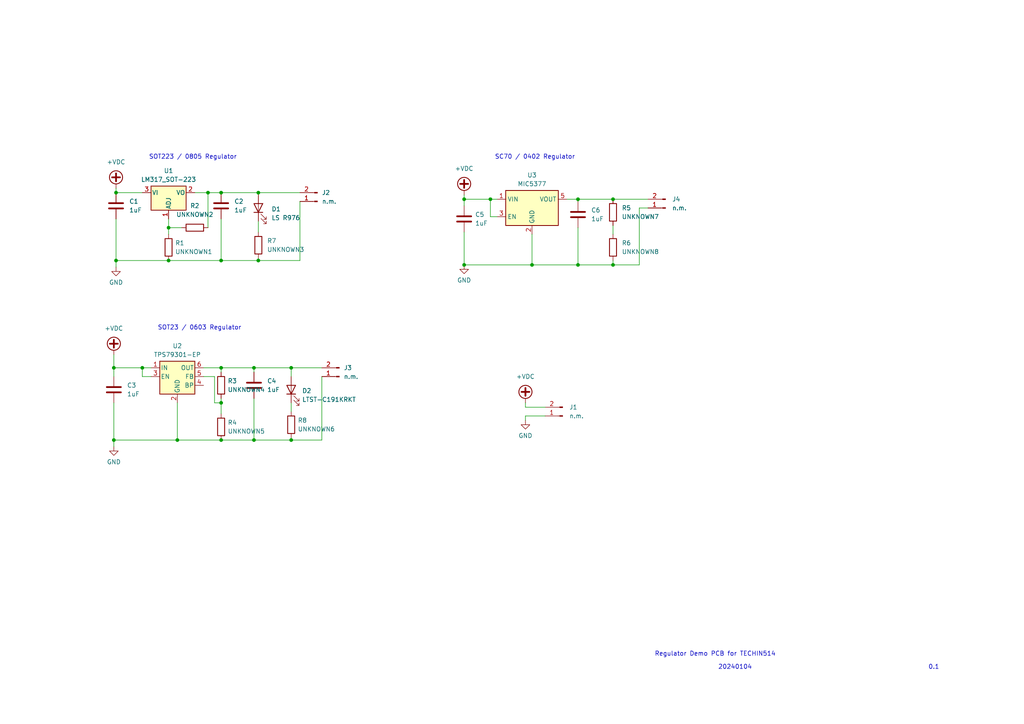
<source format=kicad_sch>
(kicad_sch (version 20231120) (generator "eeschema") (generator_version "8.0")
  (paper "A4")
  (lib_symbols
    (symbol "Connector:Conn_01x02_Pin" (pin_names (offset 1.016) hide)
      (property "Reference" "J" (at 0 2.54 0))
      (property "Value" "Conn_01x02_Pin" (at 0 -5.08 0))
      (symbol "Conn_01x02_Pin_1_1"
        (polyline (pts (xy 1.27 -2.54) (xy 0.8636 -2.54)) (stroke (width 0.1524)))
        (polyline (pts (xy 1.27 0) (xy 0.8636 0)) (stroke (width 0.1524)))
        (rectangle (start 0.8636 -2.413) (end 0 -2.667) (stroke (width 0.1524)) (fill (type outline)))
        (rectangle (start 0.8636 0.127) (end 0 -0.127) (stroke (width 0.1524)) (fill (type outline)))
        (pin passive line (at 5.08 0 180) (length 3.81) (name "Pin_1") (number "1"))
        (pin passive line (at 5.08 -2.54 180) (length 3.81) (name "Pin_2") (number "2"))
      )
    )
    (symbol "Device:C" (pin_numbers hide) (pin_names (offset 0.254))
      (property "Reference" "C" (at 0.635 2.54 0))
      (property "Value" "C" (at 0.635 -2.54 0))
      (symbol "C_0_1"
        (polyline (pts (xy -2.032 -0.762) (xy 2.032 -0.762)) (stroke (width 0.508)))
        (polyline (pts (xy -2.032 0.762) (xy 2.032 0.762)) (stroke (width 0.508)))
      )
      (symbol "C_1_1"
        (pin passive line (at 0 3.81 270) (length 2.794) (name "~") (number "1"))
        (pin passive line (at 0 -3.81 90) (length 2.794) (name "~") (number "2"))
      )
    )
    (symbol "Device:LED" (pin_numbers hide) (pin_names (offset 1.016) hide)
      (property "Reference" "D" (at 0 2.54 0))
      (property "Value" "LED" (at 0 -2.54 0))
      (symbol "LED_0_1"
        (polyline (pts (xy -1.27 -1.27) (xy -1.27 1.27)) (stroke (width 0.254)))
        (polyline (pts (xy -1.27 0) (xy 1.27 0)))
        (polyline (pts (xy 1.27 -1.27) (xy 1.27 1.27) (xy -1.27 0) (xy 1.27 -1.27)) (stroke (width 0.254)))
        (polyline (pts (xy -3.048 -0.762) (xy -4.572 -2.286) (xy -3.81 -2.286) (xy -4.572 -2.286) (xy -4.572 -1.524)))
        (polyline (pts (xy -1.778 -0.762) (xy -3.302 -2.286) (xy -2.54 -2.286) (xy -3.302 -2.286) (xy -3.302 -1.524)))
      )
      (symbol "LED_1_1"
        (pin passive line (at -3.81 0 0) (length 2.54) (name "K") (number "1"))
        (pin passive line (at 3.81 0 180) (length 2.54) (name "A") (number "2"))
      )
    )
    (symbol "Device:R" (pin_numbers hide) (pin_names (offset 0))
      (property "Reference" "R" (at 2.032 0 90))
      (property "Value" "R" (at 0 0 90))
      (symbol "R_0_1"
        (rectangle (start -1.016 -2.54) (end 1.016 2.54) (stroke (width 0.254)))
      )
      (symbol "R_1_1"
        (pin passive line (at 0 3.81 270) (length 1.27) (name "~") (number "1"))
        (pin passive line (at 0 -3.81 90) (length 1.27) (name "~") (number "2"))
      )
    )
    (symbol "Regulator_Linear:LM317_SOT-223" (pin_names (offset 0.254))
      (property "Reference" "U" (at -3.81 3.175 0))
      (property "Value" "LM317_SOT-223" (at 0 3.175 0))
      (symbol "LM317_SOT-223_0_1"
        (rectangle (start -5.08 1.905) (end 5.08 -5.08) (stroke (width 0.254)) (fill (type background)))
      )
      (symbol "LM317_SOT-223_1_1"
        (pin input line (at 0 -7.62 90) (length 2.54) (name "ADJ") (number "1"))
        (pin power_out line (at 7.62 0 180) (length 2.54) (name "VO") (number "2"))
        (pin power_in line (at -7.62 0 0) (length 2.54) (name "VI") (number "3"))
      )
    )
    (symbol "Regulator_Linear:MIC5366-3.3YC5"
      (property "Reference" "U" (at -6.35 6.35 0))
      (property "Value" "MIC5366-3.3YC5" (at 0 6.35 0))
      (symbol "MIC5366-3.3YC5_0_1"
        (rectangle (start -7.62 -5.08) (end 7.62 5.08) (stroke (width 0.254)) (fill (type background)))
      )
      (symbol "MIC5366-3.3YC5_1_1"
        (pin power_in line (at -10.16 2.54 0) (length 2.54) (name "VIN") (number "1"))
        (pin power_in line (at 0 -7.62 90) (length 2.54) (name "GND") (number "2"))
        (pin input line (at -10.16 -2.54 0) (length 2.54) (name "EN") (number "3"))
        (pin no_connect line (at 7.62 -2.54 180) (length 2.54) hide (name "NC") (number "4"))
        (pin power_out line (at 10.16 2.54 180) (length 2.54) (name "VOUT") (number "5"))
      )
    )
    (symbol "Regulator_Linear:TPS79301-EP" (pin_names (offset 0.254))
      (property "Reference" "U" (at -3.81 5.715 0))
      (property "Value" "TPS79301-EP" (at 0 5.715 0))
      (symbol "TPS79301-EP_1_1"
        (rectangle (start 5.08 -5.08) (end -5.08 4.445) (stroke (width 0.254)) (fill (type background)))
        (pin power_in line (at -7.62 2.54 0) (length 2.54) (name "IN") (number "1"))
        (pin power_in line (at 0 -7.62 90) (length 2.54) (name "GND") (number "2"))
        (pin input line (at -7.62 0 0) (length 2.54) (name "EN") (number "3"))
        (pin passive line (at 7.62 -2.54 180) (length 2.54) (name "BP") (number "4"))
        (pin input line (at 7.62 0 180) (length 2.54) (name "FB") (number "5"))
        (pin power_out line (at 7.62 2.54 180) (length 2.54) (name "OUT") (number "6"))
      )
    )
    (symbol "power:+VDC" (power) (pin_names (offset 0))
      (property "Value" "+VDC" (at 0 6.35 0))
      (symbol "+VDC_0_1"
        (polyline (pts (xy -1.143 3.175) (xy 1.143 3.175)) (stroke (width 0.508)))
        (polyline (pts (xy 0 0) (xy 0 1.27)))
        (polyline (pts (xy 0 2.032) (xy 0 4.318)) (stroke (width 0.508)))
        (circle (center 0 3.175) (radius 1.905) (stroke (width 0.254)))
      )
      (symbol "+VDC_1_1"
        (pin power_in line (at 0 0 90) (length 0) hide (name "+VDC") (number "1"))
      )
    )
    (symbol "power:GND" (power) (pin_names (offset 0))
      (property "Value" "GND" (at 0 -3.81 0))
      (symbol "GND_0_1"
        (polyline (pts (xy 0 0) (xy 0 -1.27) (xy 1.27 -1.27) (xy 0 -2.54) (xy -1.27 -1.27) (xy 0 -1.27)))
      )
      (symbol "GND_1_1"
        (pin power_in line (at 0 0 270) (length 0) hide (name "GND") (number "1"))
      )
    )
  )
  (junction (at 64.135 55.88))
  (junction (at 73.66 106.68))
  (junction (at 142.24 57.785))
  (junction (at 48.895 75.565))
  (junction (at 73.66 127.635))
  (junction (at 33.655 75.565))
  (junction (at 84.455 106.68))
  (junction (at 41.275 106.68))
  (junction (at 64.135 116.84))
  (junction (at 167.64 57.785))
  (junction (at 134.62 76.835))
  (junction (at 74.93 75.565))
  (junction (at 33.02 106.68))
  (junction (at 167.64 76.835))
  (junction (at 134.62 57.785))
  (junction (at 33.02 127.635))
  (junction (at 33.655 55.88))
  (junction (at 177.8 76.835))
  (junction (at 51.435 127.635))
  (junction (at 64.135 75.565))
  (junction (at 64.135 106.68))
  (junction (at 48.895 66.04))
  (junction (at 177.8 57.785))
  (junction (at 154.305 76.835))
  (junction (at 74.93 55.88))
  (junction (at 84.455 127.635))
  (junction (at 64.135 127.635))
  (junction (at 60.325 55.88))
  (wire (pts (xy 73.66 127.635) (xy 64.135 127.635)))
  (wire (pts (xy 152.4 120.65) (xy 152.4 121.92)))
  (wire (pts (xy 142.24 57.785) (xy 142.24 62.865)))
  (wire (pts (xy 41.275 109.22) (xy 41.275 106.68)))
  (wire (pts (xy 93.345 109.22) (xy 93.345 127.635)))
  (wire (pts (xy 84.455 127.635) (xy 73.66 127.635)))
  (wire (pts (xy 41.275 106.68) (xy 43.815 106.68)))
  (wire (pts (xy 134.62 67.31) (xy 134.62 76.835)))
  (wire (pts (xy 164.465 57.785) (xy 167.64 57.785)))
  (wire (pts (xy 84.455 109.22) (xy 84.455 106.68)))
  (wire (pts (xy 84.455 106.68) (xy 93.345 106.68)))
  (wire (pts (xy 64.135 75.565) (xy 48.895 75.565)))
  (wire (pts (xy 74.93 75.565) (xy 74.93 74.93)))
  (wire (pts (xy 48.895 66.04) (xy 48.895 63.5)))
  (wire (pts (xy 167.64 57.785) (xy 177.8 57.785)))
  (wire (pts (xy 185.42 60.325) (xy 185.42 76.835)))
  (wire (pts (xy 152.4 118.11) (xy 158.115 118.11)))
  (wire (pts (xy 64.135 75.565) (xy 74.93 75.565)))
  (wire (pts (xy 93.345 127.635) (xy 84.455 127.635)))
  (wire (pts (xy 52.705 66.04) (xy 48.895 66.04)))
  (wire (pts (xy 33.655 55.88) (xy 41.275 55.88)))
  (wire (pts (xy 154.305 76.835) (xy 167.64 76.835)))
  (wire (pts (xy 84.455 106.68) (xy 73.66 106.68)))
  (wire (pts (xy 74.93 55.88) (xy 86.995 55.88)))
  (wire (pts (xy 33.02 106.68) (xy 41.275 106.68)))
  (wire (pts (xy 33.02 102.87) (xy 33.02 106.68)))
  (wire (pts (xy 154.305 67.945) (xy 154.305 76.835)))
  (wire (pts (xy 64.135 106.68) (xy 73.66 106.68)))
  (wire (pts (xy 177.8 57.785) (xy 187.96 57.785)))
  (wire (pts (xy 152.4 118.11) (xy 152.4 116.84)))
  (wire (pts (xy 74.93 64.135) (xy 74.93 67.31)))
  (wire (pts (xy 33.02 127.635) (xy 51.435 127.635)))
  (wire (pts (xy 177.8 76.835) (xy 177.8 75.565)))
  (wire (pts (xy 177.8 65.405) (xy 177.8 67.945)))
  (wire (pts (xy 60.325 55.88) (xy 64.135 55.88)))
  (wire (pts (xy 33.655 75.565) (xy 48.895 75.565)))
  (wire (pts (xy 64.135 106.68) (xy 64.135 107.95)))
  (wire (pts (xy 167.64 66.04) (xy 167.64 76.835)))
  (wire (pts (xy 33.655 63.5) (xy 33.655 75.565)))
  (wire (pts (xy 64.135 116.84) (xy 64.135 120.015)))
  (wire (pts (xy 74.93 55.88) (xy 74.93 56.515)))
  (wire (pts (xy 158.115 120.65) (xy 152.4 120.65)))
  (wire (pts (xy 185.42 76.835) (xy 177.8 76.835)))
  (wire (pts (xy 62.23 116.84) (xy 62.23 109.22)))
  (wire (pts (xy 62.23 109.22) (xy 59.055 109.22)))
  (wire (pts (xy 134.62 76.835) (xy 154.305 76.835)))
  (wire (pts (xy 73.66 115.57) (xy 73.66 127.635)))
  (wire (pts (xy 187.96 60.325) (xy 185.42 60.325)))
  (wire (pts (xy 73.66 106.68) (xy 73.66 107.95)))
  (wire (pts (xy 134.62 56.515) (xy 134.62 57.785)))
  (wire (pts (xy 86.995 75.565) (xy 86.995 58.42)))
  (wire (pts (xy 134.62 57.785) (xy 134.62 59.69)))
  (wire (pts (xy 167.64 76.835) (xy 177.8 76.835)))
  (wire (pts (xy 51.435 127.635) (xy 64.135 127.635)))
  (wire (pts (xy 51.435 116.84) (xy 51.435 127.635)))
  (wire (pts (xy 142.24 57.785) (xy 144.145 57.785)))
  (wire (pts (xy 144.145 62.865) (xy 142.24 62.865)))
  (wire (pts (xy 64.135 115.57) (xy 64.135 116.84)))
  (wire (pts (xy 33.655 54.61) (xy 33.655 55.88)))
  (wire (pts (xy 64.135 116.84) (xy 62.23 116.84)))
  (wire (pts (xy 134.62 57.785) (xy 142.24 57.785)))
  (wire (pts (xy 64.135 63.5) (xy 64.135 75.565)))
  (wire (pts (xy 60.325 55.88) (xy 56.515 55.88)))
  (wire (pts (xy 33.02 116.84) (xy 33.02 127.635)))
  (wire (pts (xy 84.455 127) (xy 84.455 127.635)))
  (wire (pts (xy 33.02 127.635) (xy 33.02 129.54)))
  (wire (pts (xy 167.64 57.785) (xy 167.64 58.42)))
  (wire (pts (xy 43.815 109.22) (xy 41.275 109.22)))
  (wire (pts (xy 33.655 75.565) (xy 33.655 77.47)))
  (wire (pts (xy 60.325 66.04) (xy 60.325 55.88)))
  (wire (pts (xy 84.455 116.84) (xy 84.455 119.38)))
  (wire (pts (xy 48.895 66.04) (xy 48.895 67.945)))
  (wire (pts (xy 33.02 106.68) (xy 33.02 109.22)))
  (wire (pts (xy 74.93 75.565) (xy 86.995 75.565)))
  (wire (pts (xy 59.055 106.68) (xy 64.135 106.68)))
  (wire (pts (xy 64.135 55.88) (xy 74.93 55.88)))
  (text "SOT23 / 0603 Regulator\n" (at 45.72 95.885 0) (effects (font (size 1.27 1.27)) (justify left bottom)))
  (text "SOT223 / 0805 Regulator" (at 43.18 46.355 0) (effects (font (size 1.27 1.27)) (justify left bottom)))
  (text "Regulator Demo PCB for TECHIN514" (at 189.865 190.5 0) (effects (font (size 1.27 1.27)) (justify left bottom)))
  (text "0.1" (at 269.24 194.31 0) (effects (font (size 1.27 1.27)) (justify left bottom)))
  (text "SC70 / 0402 Regulator" (at 143.51 46.355 0) (effects (font (size 1.27 1.27)) (justify left bottom)))
  (text "20240104" (at 208.28 194.31 0) (effects (font (size 1.27 1.27)) (justify left bottom)))
  (symbol (lib_id "Device:R") (at 177.8 61.595 0) (unit 1)
    (property "Reference" "R5" (at 180.34 60.325 0) (effects (justify left)))
    (property "Value" "UNKNOWN7" (at 180.34 62.865 0) (effects (justify left)))
    (property "Footprint" "Resistor_SMD:R_0402_1005Metric_Pad0.72x0.64mm_HandSolder" (effects (hide yes)))
  )
  (symbol (lib_id "power:GND") (at 152.4 121.92 0) (unit 1)
    (property "Reference" "#PWR03" (effects (hide yes)))
    (property "Value" "GND" (at 152.4 126.365 0))
  )
  (symbol (lib_id "Device:C") (at 64.135 59.69 0) (unit 1)
    (property "Reference" "C2" (at 67.945 58.42 0) (effects (justify left)))
    (property "Value" "1uF" (at 67.945 60.96 0) (effects (justify left)))
    (property "Footprint" "Capacitor_SMD:C_0805_2012Metric_Pad1.18x1.45mm_HandSolder" (effects (hide yes)))
  )
  (symbol (lib_id "Device:C") (at 73.66 111.76 0) (unit 1)
    (property "Reference" "C4" (at 77.47 110.49 0) (effects (justify left)))
    (property "Value" "1uF" (at 77.47 113.03 0) (effects (justify left)))
    (property "Footprint" "Capacitor_SMD:C_0603_1608Metric_Pad1.08x0.95mm_HandSolder" (effects (hide yes)))
  )
  (symbol (lib_id "power:+VDC") (at 33.02 102.87 0) (unit 1)
    (property "Reference" "#PWR05" (effects (hide yes)))
    (property "Value" "+VDC" (at 33.02 95.25 0))
  )
  (symbol (lib_id "Device:R") (at 56.515 66.04 90) (unit 1)
    (property "Reference" "R2" (at 56.515 59.69 90))
    (property "Value" "UNKNOWN2" (at 56.515 62.23 90))
    (property "Footprint" "Resistor_SMD:R_0805_2012Metric_Pad1.20x1.40mm_HandSolder" (effects (hide yes)))
  )
  (symbol (lib_id "Device:R") (at 177.8 71.755 0) (unit 1)
    (property "Reference" "R6" (at 180.34 70.485 0) (effects (justify left)))
    (property "Value" "UNKNOWN8" (at 180.34 73.025 0) (effects (justify left)))
    (property "Footprint" "Resistor_SMD:R_0402_1005Metric_Pad0.72x0.64mm_HandSolder" (effects (hide yes)))
  )
  (symbol (lib_id "Device:C") (at 167.64 62.23 0) (unit 1)
    (property "Reference" "C6" (at 171.45 60.96 0) (effects (justify left)))
    (property "Value" "1uF" (at 171.45 63.5 0) (effects (justify left)))
    (property "Footprint" "Capacitor_SMD:C_0402_1005Metric_Pad0.74x0.62mm_HandSolder" (effects (hide yes)))
  )
  (symbol (lib_id "Connector:Conn_01x02_Pin") (at 98.425 109.22 180) (unit 1)
    (property "Reference" "J3" (at 99.695 106.68 0) (effects (justify right)))
    (property "Value" "n.m." (at 99.695 109.22 0) (effects (justify right)))
    (property "Footprint" "Connector_PinHeader_2.54mm:PinHeader_1x02_P2.54mm_Vertical" (effects (hide yes)))
  )
  (symbol (lib_id "Connector:Conn_01x02_Pin") (at 163.195 120.65 180) (unit 1)
    (property "Reference" "J1" (at 165.1 118.11 0) (effects (justify right)))
    (property "Value" "n.m." (at 165.1 120.65 0) (effects (justify right)))
    (property "Footprint" "Connector_PinHeader_2.54mm:PinHeader_1x02_P2.54mm_Vertical" (effects (hide yes)))
  )
  (symbol (lib_id "Device:R") (at 74.93 71.12 0) (unit 1)
    (property "Reference" "R7" (at 77.47 69.85 0) (effects (justify left)))
    (property "Value" "UNKNOWN3" (at 77.47 72.39 0) (effects (justify left)))
    (property "Footprint" "Resistor_SMD:R_0805_2012Metric_Pad1.20x1.40mm_HandSolder" (effects (hide yes)))
  )
  (symbol (lib_id "power:+VDC") (at 134.62 56.515 0) (unit 1)
    (property "Reference" "#PWR07" (effects (hide yes)))
    (property "Value" "+VDC" (at 134.62 48.895 0))
  )
  (symbol (lib_id "Device:R") (at 64.135 123.825 0) (unit 1)
    (property "Reference" "R4" (at 66.04 122.555 0) (effects (justify left)))
    (property "Value" "UNKNOWN5" (at 66.04 125.095 0) (effects (justify left)))
    (property "Footprint" "Resistor_SMD:R_0603_1608Metric_Pad0.98x0.95mm_HandSolder" (effects (hide yes)))
  )
  (symbol (lib_id "Device:LED") (at 74.93 60.325 90) (unit 1)
    (property "Reference" "D1" (at 78.74 60.6425 90) (effects (justify right)))
    (property "Value" "LS R976" (at 78.74 63.1825 90) (effects (justify right)))
    (property "Footprint" "LED_SMD:LED_0805_2012Metric_Pad1.15x1.40mm_HandSolder" (effects (hide yes)))
  )
  (symbol (lib_id "Device:R") (at 84.455 123.19 0) (unit 1)
    (property "Reference" "R8" (at 86.36 121.92 0) (effects (justify left)))
    (property "Value" "UNKNOWN6" (at 86.36 124.46 0) (effects (justify left)))
    (property "Footprint" "Resistor_SMD:R_0603_1608Metric_Pad0.98x0.95mm_HandSolder" (effects (hide yes)))
  )
  (symbol (lib_id "Device:R") (at 64.135 111.76 0) (unit 1)
    (property "Reference" "R3" (at 66.04 110.49 0) (effects (justify left)))
    (property "Value" "UNKNOWN4" (at 66.04 113.03 0) (effects (justify left)))
    (property "Footprint" "Resistor_SMD:R_0603_1608Metric_Pad0.98x0.95mm_HandSolder" (effects (hide yes)))
  )
  (symbol (lib_id "Connector:Conn_01x02_Pin") (at 193.04 60.325 180) (unit 1)
    (property "Reference" "J4" (at 194.945 57.785 0) (effects (justify right)))
    (property "Value" "n.m." (at 194.945 60.325 0) (effects (justify right)))
    (property "Footprint" "Connector_PinHeader_2.54mm:PinHeader_1x02_P2.54mm_Vertical" (effects (hide yes)))
  )
  (symbol (lib_id "Device:C") (at 134.62 63.5 180) (unit 1)
    (property "Reference" "C5" (at 137.795 62.23 0) (effects (justify right)))
    (property "Value" "1uF" (at 137.795 64.77 0) (effects (justify right)))
    (property "Footprint" "Capacitor_SMD:C_0402_1005Metric_Pad0.74x0.62mm_HandSolder" (effects (hide yes)))
  )
  (symbol (lib_id "power:GND") (at 33.02 129.54 0) (unit 1)
    (property "Reference" "#PWR06" (effects (hide yes)))
    (property "Value" "GND" (at 33.02 133.985 0))
  )
  (symbol (lib_id "Connector:Conn_01x02_Pin") (at 92.075 58.42 180) (unit 1)
    (property "Reference" "J2" (at 93.345 55.88 0) (effects (justify right)))
    (property "Value" "n.m." (at 93.345 58.42 0) (effects (justify right)))
    (property "Footprint" "Connector_PinHeader_2.54mm:PinHeader_1x02_P2.54mm_Vertical" (effects (hide yes)))
  )
  (symbol (lib_id "Device:R") (at 48.895 71.755 0) (unit 1)
    (property "Reference" "R1" (at 50.8 70.485 0) (effects (justify left)))
    (property "Value" "UNKNOWN1" (at 50.8 73.025 0) (effects (justify left)))
    (property "Footprint" "Resistor_SMD:R_0805_2012Metric_Pad1.20x1.40mm_HandSolder" (effects (hide yes)))
  )
  (symbol (lib_id "Regulator_Linear:LM317_SOT-223") (at 48.895 55.88 0) (unit 1)
    (property "Reference" "U1" (at 48.895 49.53 0))
    (property "Value" "LM317_SOT-223" (at 48.895 52.07 0))
    (property "Footprint" "Package_TO_SOT_SMD:SOT-223-3_TabPin2" (effects (hide yes)))
    (property "Datasheet" "http://www.ti.com/lit/ds/symlink/lm317.pdf" (effects (hide yes)))
  )
  (symbol (lib_id "power:+VDC") (at 33.655 54.61 0) (unit 1)
    (property "Reference" "#PWR01" (effects (hide yes)))
    (property "Value" "+VDC" (at 33.655 46.99 0))
  )
  (symbol (lib_id "Regulator_Linear:TPS79301-EP") (at 51.435 109.22 0) (unit 1)
    (property "Reference" "U2" (at 51.435 100.33 0))
    (property "Value" "TPS79301-EP" (at 51.435 102.87 0))
    (property "Footprint" "Package_TO_SOT_SMD:SOT-23-6" (effects (hide yes)))
    (property "Datasheet" "http://www.ti.com/lit/ds/symlink/tps79333-ep.pdf" (effects (hide yes)))
  )
  (symbol (lib_id "power:GND") (at 134.62 76.835 0) (unit 1)
    (property "Reference" "#PWR08" (effects (hide yes)))
    (property "Value" "GND" (at 134.62 81.28 0))
  )
  (symbol (lib_id "Regulator_Linear:MIC5366-3.3YC5") (at 154.305 60.325 0) (unit 1)
    (property "Reference" "U3" (at 154.305 50.8 0))
    (property "Value" "MIC5377" (at 154.305 53.34 0))
    (property "Footprint" "Package_TO_SOT_SMD:SOT-353_SC-70-5" (effects (hide yes)))
    (property "Datasheet" "http://ww1.microchip.com/downloads/en/DeviceDoc/mic5365.pdf" (effects (hide yes)))
  )
  (symbol (lib_id "power:GND") (at 33.655 77.47 0) (unit 1)
    (property "Reference" "#PWR04" (effects (hide yes)))
    (property "Value" "GND" (at 33.655 81.915 0))
  )
  (symbol (lib_id "Device:C") (at 33.655 59.69 0) (unit 1)
    (property "Reference" "C1" (at 37.465 58.42 0) (effects (justify left)))
    (property "Value" "1uF" (at 37.465 60.96 0) (effects (justify left)))
    (property "Footprint" "Capacitor_SMD:C_0805_2012Metric_Pad1.18x1.45mm_HandSolder" (effects (hide yes)))
  )
  (symbol (lib_id "Device:LED") (at 84.455 113.03 90) (unit 1)
    (property "Reference" "D2" (at 87.63 113.3475 90) (effects (justify right)))
    (property "Value" "LTST-C191KRKT" (at 87.63 115.8875 90) (effects (justify right)))
    (property "Footprint" "LED_SMD:LED_0603_1608Metric_Pad1.05x0.95mm_HandSolder" (effects (hide yes)))
  )
  (symbol (lib_id "Device:C") (at 33.02 113.03 0) (unit 1)
    (property "Reference" "C3" (at 36.83 111.76 0) (effects (justify left)))
    (property "Value" "1uF" (at 36.83 114.3 0) (effects (justify left)))
    (property "Footprint" "Capacitor_SMD:C_0603_1608Metric_Pad1.08x0.95mm_HandSolder" (effects (hide yes)))
  )
  (symbol (lib_id "power:+VDC") (at 152.4 116.84 0) (unit 1)
    (property "Reference" "#PWR02" (effects (hide yes)))
    (property "Value" "+VDC" (at 152.4 109.22 0))
  )
)
</source>
